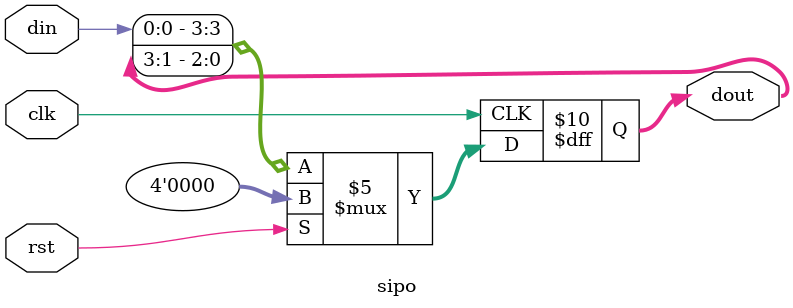
<source format=v>
`timescale 1ns / 1ps


module sipo(input clk,rst,din, output reg [3:0] dout);
reg [3:0] temp;
always @ (posedge clk)
if (rst == 1)
dout = 4'b0000;
else
begin
temp = dout>>1;
dout = {din, temp[2:0]};
end 
endmodule

</source>
